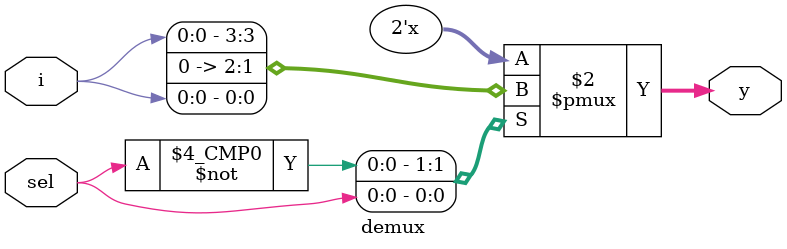
<source format=v>
module demux(input wire i,sel,output reg [1:0]y);
	always@(*) begin
			case (sel)
				1'b0:y={i,1'b0};
				1'b1:y={1'b0,i};
				default:y=2'b0;
			endcase
	end
endmodule



</source>
